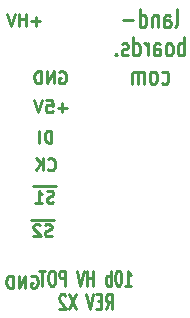
<source format=gbo>
G04 (created by PCBNEW (2013-04-19 BZR 4011)-stable) date 03/06/2014 16:48:56*
%MOIN*%
G04 Gerber Fmt 3.4, Leading zero omitted, Abs format*
%FSLAX34Y34*%
G01*
G70*
G90*
G04 APERTURE LIST*
%ADD10C,2.3622e-006*%
%ADD11C,0.01*%
%ADD12C,0.00875*%
G04 APERTURE END LIST*
G54D10*
G54D11*
X37984Y-27500D02*
X38022Y-27481D01*
X38080Y-27481D01*
X38137Y-27500D01*
X38175Y-27539D01*
X38194Y-27577D01*
X38213Y-27653D01*
X38213Y-27710D01*
X38194Y-27786D01*
X38175Y-27824D01*
X38137Y-27862D01*
X38080Y-27881D01*
X38041Y-27881D01*
X37984Y-27862D01*
X37965Y-27843D01*
X37965Y-27710D01*
X38041Y-27710D01*
X37794Y-27881D02*
X37794Y-27481D01*
X37565Y-27881D01*
X37565Y-27481D01*
X37375Y-27881D02*
X37375Y-27481D01*
X37279Y-27481D01*
X37222Y-27500D01*
X37184Y-27539D01*
X37165Y-27577D01*
X37146Y-27653D01*
X37146Y-27710D01*
X37165Y-27786D01*
X37184Y-27824D01*
X37222Y-27862D01*
X37279Y-27881D01*
X37375Y-27881D01*
X38664Y-26142D02*
X38607Y-26161D01*
X38512Y-26161D01*
X38474Y-26142D01*
X38455Y-26123D01*
X38436Y-26085D01*
X38436Y-26047D01*
X38455Y-26009D01*
X38474Y-25990D01*
X38512Y-25971D01*
X38588Y-25952D01*
X38626Y-25933D01*
X38645Y-25914D01*
X38664Y-25876D01*
X38664Y-25838D01*
X38645Y-25800D01*
X38626Y-25780D01*
X38588Y-25761D01*
X38493Y-25761D01*
X38436Y-25780D01*
X38283Y-25800D02*
X38264Y-25780D01*
X38226Y-25761D01*
X38131Y-25761D01*
X38093Y-25780D01*
X38074Y-25800D01*
X38055Y-25838D01*
X38055Y-25876D01*
X38074Y-25933D01*
X38302Y-26161D01*
X38055Y-26161D01*
X38740Y-25610D02*
X37979Y-25610D01*
X38724Y-25022D02*
X38667Y-25041D01*
X38572Y-25041D01*
X38534Y-25022D01*
X38515Y-25003D01*
X38496Y-24965D01*
X38496Y-24927D01*
X38515Y-24889D01*
X38534Y-24870D01*
X38572Y-24851D01*
X38648Y-24832D01*
X38686Y-24813D01*
X38705Y-24794D01*
X38724Y-24756D01*
X38724Y-24718D01*
X38705Y-24680D01*
X38686Y-24660D01*
X38648Y-24641D01*
X38553Y-24641D01*
X38496Y-24660D01*
X38115Y-25041D02*
X38343Y-25041D01*
X38229Y-25041D02*
X38229Y-24641D01*
X38267Y-24699D01*
X38305Y-24737D01*
X38343Y-24756D01*
X38800Y-24490D02*
X38039Y-24490D01*
X38536Y-23923D02*
X38555Y-23942D01*
X38612Y-23961D01*
X38650Y-23961D01*
X38707Y-23942D01*
X38745Y-23904D01*
X38764Y-23866D01*
X38783Y-23790D01*
X38783Y-23733D01*
X38764Y-23657D01*
X38745Y-23619D01*
X38707Y-23580D01*
X38650Y-23561D01*
X38612Y-23561D01*
X38555Y-23580D01*
X38536Y-23600D01*
X38364Y-23961D02*
X38364Y-23561D01*
X38136Y-23961D02*
X38307Y-23733D01*
X38136Y-23561D02*
X38364Y-23790D01*
X38660Y-23041D02*
X38660Y-22641D01*
X38564Y-22641D01*
X38507Y-22660D01*
X38469Y-22699D01*
X38450Y-22737D01*
X38431Y-22813D01*
X38431Y-22870D01*
X38450Y-22946D01*
X38469Y-22984D01*
X38507Y-23022D01*
X38564Y-23041D01*
X38660Y-23041D01*
X38260Y-23041D02*
X38260Y-22641D01*
X38293Y-18989D02*
X37988Y-18989D01*
X38140Y-19141D02*
X38140Y-18837D01*
X37798Y-19141D02*
X37798Y-18741D01*
X37798Y-18932D02*
X37569Y-18932D01*
X37569Y-19141D02*
X37569Y-18741D01*
X37436Y-18741D02*
X37302Y-19141D01*
X37169Y-18741D01*
X39174Y-21869D02*
X38869Y-21869D01*
X39021Y-22021D02*
X39021Y-21717D01*
X38488Y-21621D02*
X38679Y-21621D01*
X38698Y-21812D01*
X38679Y-21793D01*
X38640Y-21774D01*
X38545Y-21774D01*
X38507Y-21793D01*
X38488Y-21812D01*
X38469Y-21850D01*
X38469Y-21945D01*
X38488Y-21983D01*
X38507Y-22002D01*
X38545Y-22021D01*
X38640Y-22021D01*
X38679Y-22002D01*
X38698Y-21983D01*
X38355Y-21621D02*
X38221Y-22021D01*
X38088Y-21621D01*
X38924Y-20680D02*
X38962Y-20661D01*
X39020Y-20661D01*
X39077Y-20680D01*
X39115Y-20719D01*
X39134Y-20757D01*
X39153Y-20833D01*
X39153Y-20890D01*
X39134Y-20966D01*
X39115Y-21004D01*
X39077Y-21042D01*
X39020Y-21061D01*
X38981Y-21061D01*
X38924Y-21042D01*
X38905Y-21023D01*
X38905Y-20890D01*
X38981Y-20890D01*
X38734Y-21061D02*
X38734Y-20661D01*
X38505Y-21061D01*
X38505Y-20661D01*
X38315Y-21061D02*
X38315Y-20661D01*
X38219Y-20661D01*
X38162Y-20680D01*
X38124Y-20719D01*
X38105Y-20757D01*
X38086Y-20833D01*
X38086Y-20890D01*
X38105Y-20966D01*
X38124Y-21004D01*
X38162Y-21042D01*
X38219Y-21061D01*
X38315Y-21061D01*
G54D12*
X41116Y-27802D02*
X41316Y-27802D01*
X41216Y-27802D02*
X41216Y-27302D01*
X41249Y-27373D01*
X41283Y-27421D01*
X41316Y-27445D01*
X40899Y-27302D02*
X40866Y-27302D01*
X40833Y-27326D01*
X40816Y-27350D01*
X40799Y-27397D01*
X40783Y-27492D01*
X40783Y-27611D01*
X40799Y-27707D01*
X40816Y-27754D01*
X40833Y-27778D01*
X40866Y-27802D01*
X40899Y-27802D01*
X40933Y-27778D01*
X40949Y-27754D01*
X40966Y-27707D01*
X40983Y-27611D01*
X40983Y-27492D01*
X40966Y-27397D01*
X40949Y-27350D01*
X40933Y-27326D01*
X40899Y-27302D01*
X40633Y-27802D02*
X40633Y-27302D01*
X40633Y-27492D02*
X40599Y-27469D01*
X40533Y-27469D01*
X40499Y-27492D01*
X40483Y-27516D01*
X40466Y-27564D01*
X40466Y-27707D01*
X40483Y-27754D01*
X40499Y-27778D01*
X40533Y-27802D01*
X40599Y-27802D01*
X40633Y-27778D01*
X40049Y-27802D02*
X40049Y-27302D01*
X40049Y-27540D02*
X39849Y-27540D01*
X39849Y-27802D02*
X39849Y-27302D01*
X39733Y-27302D02*
X39616Y-27802D01*
X39500Y-27302D01*
X39116Y-27802D02*
X39116Y-27302D01*
X38983Y-27302D01*
X38950Y-27326D01*
X38933Y-27350D01*
X38916Y-27397D01*
X38916Y-27469D01*
X38933Y-27516D01*
X38950Y-27540D01*
X38983Y-27564D01*
X39116Y-27564D01*
X38700Y-27302D02*
X38633Y-27302D01*
X38600Y-27326D01*
X38566Y-27373D01*
X38550Y-27469D01*
X38550Y-27635D01*
X38566Y-27730D01*
X38600Y-27778D01*
X38633Y-27802D01*
X38700Y-27802D01*
X38733Y-27778D01*
X38766Y-27730D01*
X38783Y-27635D01*
X38783Y-27469D01*
X38766Y-27373D01*
X38733Y-27326D01*
X38700Y-27302D01*
X38450Y-27302D02*
X38250Y-27302D01*
X38350Y-27802D02*
X38350Y-27302D01*
X40466Y-28589D02*
X40583Y-28351D01*
X40666Y-28589D02*
X40666Y-28089D01*
X40533Y-28089D01*
X40500Y-28113D01*
X40483Y-28137D01*
X40466Y-28185D01*
X40466Y-28256D01*
X40483Y-28304D01*
X40500Y-28327D01*
X40533Y-28351D01*
X40666Y-28351D01*
X40316Y-28327D02*
X40200Y-28327D01*
X40150Y-28589D02*
X40316Y-28589D01*
X40316Y-28089D01*
X40150Y-28089D01*
X40050Y-28089D02*
X39933Y-28589D01*
X39816Y-28089D01*
X39466Y-28089D02*
X39233Y-28589D01*
X39233Y-28089D02*
X39466Y-28589D01*
X39116Y-28137D02*
X39100Y-28113D01*
X39066Y-28089D01*
X38983Y-28089D01*
X38950Y-28113D01*
X38933Y-28137D01*
X38916Y-28185D01*
X38916Y-28232D01*
X38933Y-28304D01*
X39133Y-28589D01*
X38916Y-28589D01*
G54D11*
X42785Y-19192D02*
X42828Y-19164D01*
X42850Y-19107D01*
X42850Y-18592D01*
X42421Y-19192D02*
X42421Y-18878D01*
X42442Y-18821D01*
X42485Y-18792D01*
X42571Y-18792D01*
X42614Y-18821D01*
X42421Y-19164D02*
X42464Y-19192D01*
X42571Y-19192D01*
X42614Y-19164D01*
X42635Y-19107D01*
X42635Y-19050D01*
X42614Y-18992D01*
X42571Y-18964D01*
X42464Y-18964D01*
X42421Y-18935D01*
X42207Y-18792D02*
X42207Y-19192D01*
X42207Y-18850D02*
X42185Y-18821D01*
X42142Y-18792D01*
X42078Y-18792D01*
X42035Y-18821D01*
X42014Y-18878D01*
X42014Y-19192D01*
X41607Y-19192D02*
X41607Y-18592D01*
X41607Y-19164D02*
X41650Y-19192D01*
X41735Y-19192D01*
X41778Y-19164D01*
X41800Y-19135D01*
X41821Y-19078D01*
X41821Y-18907D01*
X41800Y-18850D01*
X41778Y-18821D01*
X41735Y-18792D01*
X41650Y-18792D01*
X41607Y-18821D01*
X41392Y-18964D02*
X41050Y-18964D01*
X43085Y-20132D02*
X43085Y-19532D01*
X43085Y-19761D02*
X43042Y-19732D01*
X42957Y-19732D01*
X42914Y-19761D01*
X42892Y-19790D01*
X42871Y-19847D01*
X42871Y-20018D01*
X42892Y-20075D01*
X42914Y-20104D01*
X42957Y-20132D01*
X43042Y-20132D01*
X43085Y-20104D01*
X42614Y-20132D02*
X42657Y-20104D01*
X42678Y-20075D01*
X42700Y-20018D01*
X42700Y-19847D01*
X42678Y-19790D01*
X42657Y-19761D01*
X42614Y-19732D01*
X42550Y-19732D01*
X42507Y-19761D01*
X42485Y-19790D01*
X42464Y-19847D01*
X42464Y-20018D01*
X42485Y-20075D01*
X42507Y-20104D01*
X42550Y-20132D01*
X42614Y-20132D01*
X42078Y-20132D02*
X42078Y-19818D01*
X42100Y-19761D01*
X42142Y-19732D01*
X42228Y-19732D01*
X42271Y-19761D01*
X42078Y-20104D02*
X42121Y-20132D01*
X42228Y-20132D01*
X42271Y-20104D01*
X42292Y-20047D01*
X42292Y-19990D01*
X42271Y-19932D01*
X42228Y-19904D01*
X42121Y-19904D01*
X42078Y-19875D01*
X41864Y-20132D02*
X41864Y-19732D01*
X41864Y-19847D02*
X41842Y-19790D01*
X41821Y-19761D01*
X41778Y-19732D01*
X41735Y-19732D01*
X41392Y-20132D02*
X41392Y-19532D01*
X41392Y-20104D02*
X41435Y-20132D01*
X41521Y-20132D01*
X41564Y-20104D01*
X41585Y-20075D01*
X41607Y-20018D01*
X41607Y-19847D01*
X41585Y-19790D01*
X41564Y-19761D01*
X41521Y-19732D01*
X41435Y-19732D01*
X41392Y-19761D01*
X41200Y-20104D02*
X41157Y-20132D01*
X41071Y-20132D01*
X41028Y-20104D01*
X41007Y-20047D01*
X41007Y-20018D01*
X41028Y-19961D01*
X41071Y-19932D01*
X41135Y-19932D01*
X41178Y-19904D01*
X41200Y-19847D01*
X41200Y-19818D01*
X41178Y-19761D01*
X41135Y-19732D01*
X41071Y-19732D01*
X41028Y-19761D01*
X40814Y-20075D02*
X40792Y-20104D01*
X40814Y-20132D01*
X40835Y-20104D01*
X40814Y-20075D01*
X40814Y-20132D01*
X42346Y-21044D02*
X42389Y-21072D01*
X42474Y-21072D01*
X42517Y-21044D01*
X42539Y-21015D01*
X42560Y-20958D01*
X42560Y-20787D01*
X42539Y-20730D01*
X42517Y-20701D01*
X42474Y-20672D01*
X42389Y-20672D01*
X42346Y-20701D01*
X42089Y-21072D02*
X42132Y-21044D01*
X42153Y-21015D01*
X42175Y-20958D01*
X42175Y-20787D01*
X42153Y-20730D01*
X42132Y-20701D01*
X42089Y-20672D01*
X42025Y-20672D01*
X41982Y-20701D01*
X41960Y-20730D01*
X41939Y-20787D01*
X41939Y-20958D01*
X41960Y-21015D01*
X41982Y-21044D01*
X42025Y-21072D01*
X42089Y-21072D01*
X41746Y-21072D02*
X41746Y-20672D01*
X41746Y-20730D02*
X41725Y-20701D01*
X41682Y-20672D01*
X41617Y-20672D01*
X41575Y-20701D01*
X41553Y-20758D01*
X41553Y-21072D01*
X41553Y-20758D02*
X41532Y-20701D01*
X41489Y-20672D01*
X41425Y-20672D01*
X41382Y-20701D01*
X41360Y-20758D01*
X41360Y-21072D01*
M02*

</source>
